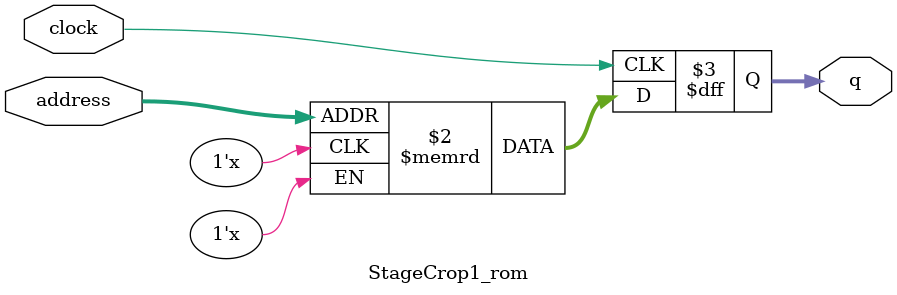
<source format=sv>
module StageCrop1_rom (
	input logic clock,
	input logic [14:0] address,
	output logic [2:0] q
);

logic [2:0] memory [0:19199] /* synthesis ram_init_file = "./StageCrop1/StageCrop1.mif" */;

always_ff @ (posedge clock) begin
	q <= memory[address];
end

endmodule

</source>
